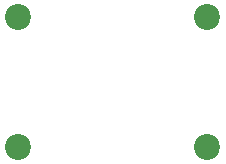
<source format=gbp>
%TF.GenerationSoftware,KiCad,Pcbnew,8.0.7*%
%TF.CreationDate,2026-01-14T12:01:29-08:00*%
%TF.ProjectId,3V3-500mA,3356332d-3530-4306-9d41-2e6b69636164,rev?*%
%TF.SameCoordinates,Original*%
%TF.FileFunction,Paste,Bot*%
%TF.FilePolarity,Positive*%
%FSLAX46Y46*%
G04 Gerber Fmt 4.6, Leading zero omitted, Abs format (unit mm)*
G04 Created by KiCad (PCBNEW 8.0.7) date 2026-01-14 12:01:29*
%MOMM*%
%LPD*%
G01*
G04 APERTURE LIST*
%ADD10C,2.200000*%
G04 APERTURE END LIST*
D10*
%TO.C,H4*%
X216000000Y-84000000D03*
%TD*%
%TO.C,H3*%
X200000000Y-84000000D03*
%TD*%
%TO.C,H2*%
X200000000Y-95000000D03*
%TD*%
%TO.C,H1*%
X216000000Y-95000000D03*
%TD*%
M02*

</source>
